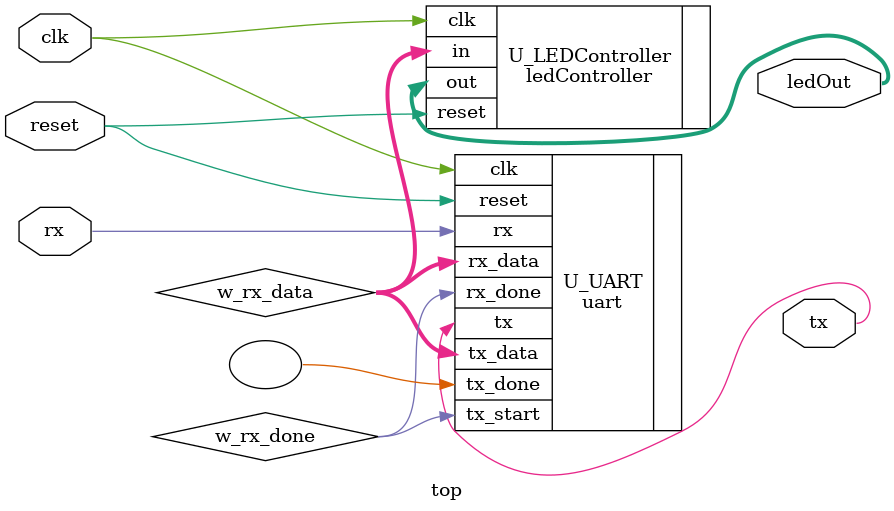
<source format=v>
`timescale 1ns / 1ps

module top (
    input clk,
    input reset,
    input rx,

    output [2:0] ledOut,
    output tx
);

    wire [7:0] w_rx_data;
    wire w_rx_done;

    uart U_UART (
        .clk  (clk),
        .reset(reset),

        //tx
        .tx_start(w_rx_done),
        .tx_data(w_rx_data),
        .tx(tx),
        .tx_done(),

        //rx
        .rx(rx),
        .rx_data(w_rx_data),
        .rx_done(w_rx_done)
    );

    ledController U_LEDController (
        .clk(clk),
        .reset(reset),
        .in(w_rx_data),

        .out(ledOut)
    );


endmodule

</source>
